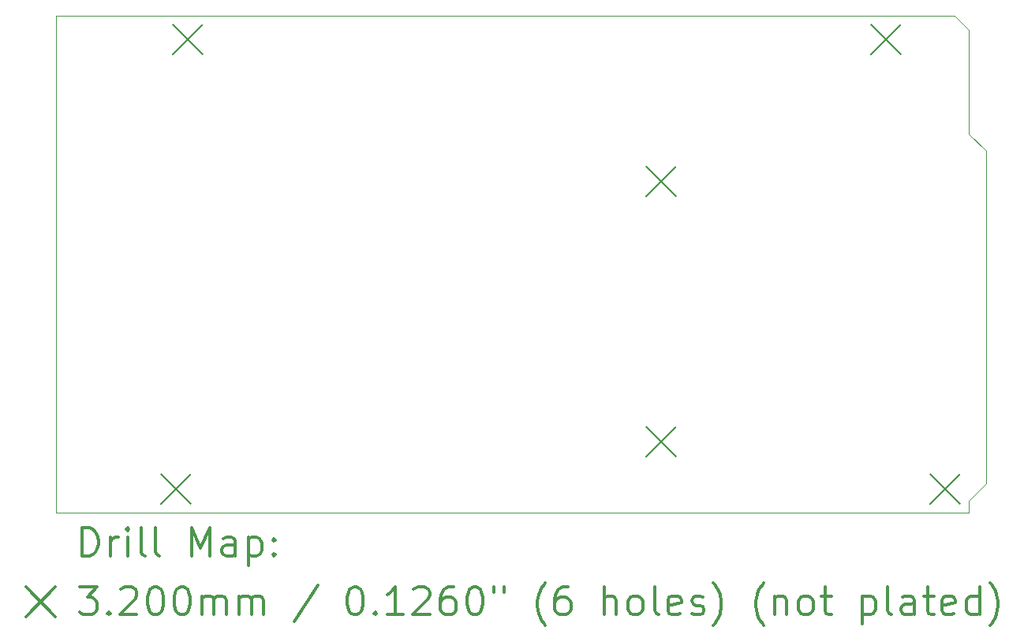
<source format=gbr>
%FSLAX45Y45*%
G04 Gerber Fmt 4.5, Leading zero omitted, Abs format (unit mm)*
G04 Created by KiCad (PCBNEW (5.1.12)-1) date 2021-11-28 08:50:07*
%MOMM*%
%LPD*%
G01*
G04 APERTURE LIST*
%TA.AperFunction,Profile*%
%ADD10C,0.050000*%
%TD*%
%ADD11C,0.200000*%
%ADD12C,0.300000*%
G04 APERTURE END LIST*
D10*
X10139680Y-6223000D02*
X19786600Y-6223000D01*
X10139680Y-11557000D02*
X10139680Y-6223000D01*
X19939000Y-11557000D02*
X10139680Y-11557000D01*
X20121880Y-11247120D02*
X19939000Y-11430000D01*
X20121880Y-7675880D02*
X20121880Y-11247120D01*
X19939000Y-7493000D02*
X20121880Y-7675880D01*
X19939000Y-11430000D02*
X19939000Y-11557000D01*
X19939000Y-6375400D02*
X19939000Y-7493000D01*
X19786600Y-6223000D02*
X19939000Y-6375400D01*
D11*
X11270000Y-11143000D02*
X11590000Y-11463000D01*
X11590000Y-11143000D02*
X11270000Y-11463000D01*
X11397000Y-6317000D02*
X11717000Y-6637000D01*
X11717000Y-6317000D02*
X11397000Y-6637000D01*
X16477000Y-7841000D02*
X16797000Y-8161000D01*
X16797000Y-7841000D02*
X16477000Y-8161000D01*
X16477000Y-10635000D02*
X16797000Y-10955000D01*
X16797000Y-10635000D02*
X16477000Y-10955000D01*
X18890000Y-6317000D02*
X19210000Y-6637000D01*
X19210000Y-6317000D02*
X18890000Y-6637000D01*
X19525000Y-11143000D02*
X19845000Y-11463000D01*
X19845000Y-11143000D02*
X19525000Y-11463000D01*
D12*
X10423608Y-12025214D02*
X10423608Y-11725214D01*
X10495037Y-11725214D01*
X10537894Y-11739500D01*
X10566466Y-11768071D01*
X10580751Y-11796643D01*
X10595037Y-11853786D01*
X10595037Y-11896643D01*
X10580751Y-11953786D01*
X10566466Y-11982357D01*
X10537894Y-12010929D01*
X10495037Y-12025214D01*
X10423608Y-12025214D01*
X10723608Y-12025214D02*
X10723608Y-11825214D01*
X10723608Y-11882357D02*
X10737894Y-11853786D01*
X10752180Y-11839500D01*
X10780751Y-11825214D01*
X10809323Y-11825214D01*
X10909323Y-12025214D02*
X10909323Y-11825214D01*
X10909323Y-11725214D02*
X10895037Y-11739500D01*
X10909323Y-11753786D01*
X10923608Y-11739500D01*
X10909323Y-11725214D01*
X10909323Y-11753786D01*
X11095037Y-12025214D02*
X11066466Y-12010929D01*
X11052180Y-11982357D01*
X11052180Y-11725214D01*
X11252180Y-12025214D02*
X11223608Y-12010929D01*
X11209323Y-11982357D01*
X11209323Y-11725214D01*
X11595037Y-12025214D02*
X11595037Y-11725214D01*
X11695037Y-11939500D01*
X11795037Y-11725214D01*
X11795037Y-12025214D01*
X12066466Y-12025214D02*
X12066466Y-11868071D01*
X12052180Y-11839500D01*
X12023608Y-11825214D01*
X11966466Y-11825214D01*
X11937894Y-11839500D01*
X12066466Y-12010929D02*
X12037894Y-12025214D01*
X11966466Y-12025214D01*
X11937894Y-12010929D01*
X11923608Y-11982357D01*
X11923608Y-11953786D01*
X11937894Y-11925214D01*
X11966466Y-11910929D01*
X12037894Y-11910929D01*
X12066466Y-11896643D01*
X12209323Y-11825214D02*
X12209323Y-12125214D01*
X12209323Y-11839500D02*
X12237894Y-11825214D01*
X12295037Y-11825214D01*
X12323608Y-11839500D01*
X12337894Y-11853786D01*
X12352180Y-11882357D01*
X12352180Y-11968071D01*
X12337894Y-11996643D01*
X12323608Y-12010929D01*
X12295037Y-12025214D01*
X12237894Y-12025214D01*
X12209323Y-12010929D01*
X12480751Y-11996643D02*
X12495037Y-12010929D01*
X12480751Y-12025214D01*
X12466466Y-12010929D01*
X12480751Y-11996643D01*
X12480751Y-12025214D01*
X12480751Y-11839500D02*
X12495037Y-11853786D01*
X12480751Y-11868071D01*
X12466466Y-11853786D01*
X12480751Y-11839500D01*
X12480751Y-11868071D01*
X9817180Y-12359500D02*
X10137180Y-12679500D01*
X10137180Y-12359500D02*
X9817180Y-12679500D01*
X10395037Y-12355214D02*
X10580751Y-12355214D01*
X10480751Y-12469500D01*
X10523608Y-12469500D01*
X10552180Y-12483786D01*
X10566466Y-12498071D01*
X10580751Y-12526643D01*
X10580751Y-12598071D01*
X10566466Y-12626643D01*
X10552180Y-12640929D01*
X10523608Y-12655214D01*
X10437894Y-12655214D01*
X10409323Y-12640929D01*
X10395037Y-12626643D01*
X10709323Y-12626643D02*
X10723608Y-12640929D01*
X10709323Y-12655214D01*
X10695037Y-12640929D01*
X10709323Y-12626643D01*
X10709323Y-12655214D01*
X10837894Y-12383786D02*
X10852180Y-12369500D01*
X10880751Y-12355214D01*
X10952180Y-12355214D01*
X10980751Y-12369500D01*
X10995037Y-12383786D01*
X11009323Y-12412357D01*
X11009323Y-12440929D01*
X10995037Y-12483786D01*
X10823608Y-12655214D01*
X11009323Y-12655214D01*
X11195037Y-12355214D02*
X11223608Y-12355214D01*
X11252180Y-12369500D01*
X11266466Y-12383786D01*
X11280751Y-12412357D01*
X11295037Y-12469500D01*
X11295037Y-12540929D01*
X11280751Y-12598071D01*
X11266466Y-12626643D01*
X11252180Y-12640929D01*
X11223608Y-12655214D01*
X11195037Y-12655214D01*
X11166466Y-12640929D01*
X11152180Y-12626643D01*
X11137894Y-12598071D01*
X11123608Y-12540929D01*
X11123608Y-12469500D01*
X11137894Y-12412357D01*
X11152180Y-12383786D01*
X11166466Y-12369500D01*
X11195037Y-12355214D01*
X11480751Y-12355214D02*
X11509323Y-12355214D01*
X11537894Y-12369500D01*
X11552180Y-12383786D01*
X11566466Y-12412357D01*
X11580751Y-12469500D01*
X11580751Y-12540929D01*
X11566466Y-12598071D01*
X11552180Y-12626643D01*
X11537894Y-12640929D01*
X11509323Y-12655214D01*
X11480751Y-12655214D01*
X11452180Y-12640929D01*
X11437894Y-12626643D01*
X11423608Y-12598071D01*
X11409323Y-12540929D01*
X11409323Y-12469500D01*
X11423608Y-12412357D01*
X11437894Y-12383786D01*
X11452180Y-12369500D01*
X11480751Y-12355214D01*
X11709323Y-12655214D02*
X11709323Y-12455214D01*
X11709323Y-12483786D02*
X11723608Y-12469500D01*
X11752180Y-12455214D01*
X11795037Y-12455214D01*
X11823608Y-12469500D01*
X11837894Y-12498071D01*
X11837894Y-12655214D01*
X11837894Y-12498071D02*
X11852180Y-12469500D01*
X11880751Y-12455214D01*
X11923608Y-12455214D01*
X11952180Y-12469500D01*
X11966466Y-12498071D01*
X11966466Y-12655214D01*
X12109323Y-12655214D02*
X12109323Y-12455214D01*
X12109323Y-12483786D02*
X12123608Y-12469500D01*
X12152180Y-12455214D01*
X12195037Y-12455214D01*
X12223608Y-12469500D01*
X12237894Y-12498071D01*
X12237894Y-12655214D01*
X12237894Y-12498071D02*
X12252180Y-12469500D01*
X12280751Y-12455214D01*
X12323608Y-12455214D01*
X12352180Y-12469500D01*
X12366466Y-12498071D01*
X12366466Y-12655214D01*
X12952180Y-12340929D02*
X12695037Y-12726643D01*
X13337894Y-12355214D02*
X13366466Y-12355214D01*
X13395037Y-12369500D01*
X13409323Y-12383786D01*
X13423608Y-12412357D01*
X13437894Y-12469500D01*
X13437894Y-12540929D01*
X13423608Y-12598071D01*
X13409323Y-12626643D01*
X13395037Y-12640929D01*
X13366466Y-12655214D01*
X13337894Y-12655214D01*
X13309323Y-12640929D01*
X13295037Y-12626643D01*
X13280751Y-12598071D01*
X13266466Y-12540929D01*
X13266466Y-12469500D01*
X13280751Y-12412357D01*
X13295037Y-12383786D01*
X13309323Y-12369500D01*
X13337894Y-12355214D01*
X13566466Y-12626643D02*
X13580751Y-12640929D01*
X13566466Y-12655214D01*
X13552180Y-12640929D01*
X13566466Y-12626643D01*
X13566466Y-12655214D01*
X13866466Y-12655214D02*
X13695037Y-12655214D01*
X13780751Y-12655214D02*
X13780751Y-12355214D01*
X13752180Y-12398071D01*
X13723608Y-12426643D01*
X13695037Y-12440929D01*
X13980751Y-12383786D02*
X13995037Y-12369500D01*
X14023608Y-12355214D01*
X14095037Y-12355214D01*
X14123608Y-12369500D01*
X14137894Y-12383786D01*
X14152180Y-12412357D01*
X14152180Y-12440929D01*
X14137894Y-12483786D01*
X13966466Y-12655214D01*
X14152180Y-12655214D01*
X14409323Y-12355214D02*
X14352180Y-12355214D01*
X14323608Y-12369500D01*
X14309323Y-12383786D01*
X14280751Y-12426643D01*
X14266466Y-12483786D01*
X14266466Y-12598071D01*
X14280751Y-12626643D01*
X14295037Y-12640929D01*
X14323608Y-12655214D01*
X14380751Y-12655214D01*
X14409323Y-12640929D01*
X14423608Y-12626643D01*
X14437894Y-12598071D01*
X14437894Y-12526643D01*
X14423608Y-12498071D01*
X14409323Y-12483786D01*
X14380751Y-12469500D01*
X14323608Y-12469500D01*
X14295037Y-12483786D01*
X14280751Y-12498071D01*
X14266466Y-12526643D01*
X14623608Y-12355214D02*
X14652180Y-12355214D01*
X14680751Y-12369500D01*
X14695037Y-12383786D01*
X14709323Y-12412357D01*
X14723608Y-12469500D01*
X14723608Y-12540929D01*
X14709323Y-12598071D01*
X14695037Y-12626643D01*
X14680751Y-12640929D01*
X14652180Y-12655214D01*
X14623608Y-12655214D01*
X14595037Y-12640929D01*
X14580751Y-12626643D01*
X14566466Y-12598071D01*
X14552180Y-12540929D01*
X14552180Y-12469500D01*
X14566466Y-12412357D01*
X14580751Y-12383786D01*
X14595037Y-12369500D01*
X14623608Y-12355214D01*
X14837894Y-12355214D02*
X14837894Y-12412357D01*
X14952180Y-12355214D02*
X14952180Y-12412357D01*
X15395037Y-12769500D02*
X15380751Y-12755214D01*
X15352180Y-12712357D01*
X15337894Y-12683786D01*
X15323608Y-12640929D01*
X15309323Y-12569500D01*
X15309323Y-12512357D01*
X15323608Y-12440929D01*
X15337894Y-12398071D01*
X15352180Y-12369500D01*
X15380751Y-12326643D01*
X15395037Y-12312357D01*
X15637894Y-12355214D02*
X15580751Y-12355214D01*
X15552180Y-12369500D01*
X15537894Y-12383786D01*
X15509323Y-12426643D01*
X15495037Y-12483786D01*
X15495037Y-12598071D01*
X15509323Y-12626643D01*
X15523608Y-12640929D01*
X15552180Y-12655214D01*
X15609323Y-12655214D01*
X15637894Y-12640929D01*
X15652180Y-12626643D01*
X15666466Y-12598071D01*
X15666466Y-12526643D01*
X15652180Y-12498071D01*
X15637894Y-12483786D01*
X15609323Y-12469500D01*
X15552180Y-12469500D01*
X15523608Y-12483786D01*
X15509323Y-12498071D01*
X15495037Y-12526643D01*
X16023608Y-12655214D02*
X16023608Y-12355214D01*
X16152180Y-12655214D02*
X16152180Y-12498071D01*
X16137894Y-12469500D01*
X16109323Y-12455214D01*
X16066466Y-12455214D01*
X16037894Y-12469500D01*
X16023608Y-12483786D01*
X16337894Y-12655214D02*
X16309323Y-12640929D01*
X16295037Y-12626643D01*
X16280751Y-12598071D01*
X16280751Y-12512357D01*
X16295037Y-12483786D01*
X16309323Y-12469500D01*
X16337894Y-12455214D01*
X16380751Y-12455214D01*
X16409323Y-12469500D01*
X16423608Y-12483786D01*
X16437894Y-12512357D01*
X16437894Y-12598071D01*
X16423608Y-12626643D01*
X16409323Y-12640929D01*
X16380751Y-12655214D01*
X16337894Y-12655214D01*
X16609323Y-12655214D02*
X16580751Y-12640929D01*
X16566466Y-12612357D01*
X16566466Y-12355214D01*
X16837894Y-12640929D02*
X16809323Y-12655214D01*
X16752180Y-12655214D01*
X16723608Y-12640929D01*
X16709323Y-12612357D01*
X16709323Y-12498071D01*
X16723608Y-12469500D01*
X16752180Y-12455214D01*
X16809323Y-12455214D01*
X16837894Y-12469500D01*
X16852180Y-12498071D01*
X16852180Y-12526643D01*
X16709323Y-12555214D01*
X16966466Y-12640929D02*
X16995037Y-12655214D01*
X17052180Y-12655214D01*
X17080751Y-12640929D01*
X17095037Y-12612357D01*
X17095037Y-12598071D01*
X17080751Y-12569500D01*
X17052180Y-12555214D01*
X17009323Y-12555214D01*
X16980751Y-12540929D01*
X16966466Y-12512357D01*
X16966466Y-12498071D01*
X16980751Y-12469500D01*
X17009323Y-12455214D01*
X17052180Y-12455214D01*
X17080751Y-12469500D01*
X17195037Y-12769500D02*
X17209323Y-12755214D01*
X17237894Y-12712357D01*
X17252180Y-12683786D01*
X17266466Y-12640929D01*
X17280751Y-12569500D01*
X17280751Y-12512357D01*
X17266466Y-12440929D01*
X17252180Y-12398071D01*
X17237894Y-12369500D01*
X17209323Y-12326643D01*
X17195037Y-12312357D01*
X17737894Y-12769500D02*
X17723608Y-12755214D01*
X17695037Y-12712357D01*
X17680751Y-12683786D01*
X17666466Y-12640929D01*
X17652180Y-12569500D01*
X17652180Y-12512357D01*
X17666466Y-12440929D01*
X17680751Y-12398071D01*
X17695037Y-12369500D01*
X17723608Y-12326643D01*
X17737894Y-12312357D01*
X17852180Y-12455214D02*
X17852180Y-12655214D01*
X17852180Y-12483786D02*
X17866466Y-12469500D01*
X17895037Y-12455214D01*
X17937894Y-12455214D01*
X17966466Y-12469500D01*
X17980751Y-12498071D01*
X17980751Y-12655214D01*
X18166466Y-12655214D02*
X18137894Y-12640929D01*
X18123608Y-12626643D01*
X18109323Y-12598071D01*
X18109323Y-12512357D01*
X18123608Y-12483786D01*
X18137894Y-12469500D01*
X18166466Y-12455214D01*
X18209323Y-12455214D01*
X18237894Y-12469500D01*
X18252180Y-12483786D01*
X18266466Y-12512357D01*
X18266466Y-12598071D01*
X18252180Y-12626643D01*
X18237894Y-12640929D01*
X18209323Y-12655214D01*
X18166466Y-12655214D01*
X18352180Y-12455214D02*
X18466466Y-12455214D01*
X18395037Y-12355214D02*
X18395037Y-12612357D01*
X18409323Y-12640929D01*
X18437894Y-12655214D01*
X18466466Y-12655214D01*
X18795037Y-12455214D02*
X18795037Y-12755214D01*
X18795037Y-12469500D02*
X18823608Y-12455214D01*
X18880751Y-12455214D01*
X18909323Y-12469500D01*
X18923608Y-12483786D01*
X18937894Y-12512357D01*
X18937894Y-12598071D01*
X18923608Y-12626643D01*
X18909323Y-12640929D01*
X18880751Y-12655214D01*
X18823608Y-12655214D01*
X18795037Y-12640929D01*
X19109323Y-12655214D02*
X19080751Y-12640929D01*
X19066466Y-12612357D01*
X19066466Y-12355214D01*
X19352180Y-12655214D02*
X19352180Y-12498071D01*
X19337894Y-12469500D01*
X19309323Y-12455214D01*
X19252180Y-12455214D01*
X19223608Y-12469500D01*
X19352180Y-12640929D02*
X19323608Y-12655214D01*
X19252180Y-12655214D01*
X19223608Y-12640929D01*
X19209323Y-12612357D01*
X19209323Y-12583786D01*
X19223608Y-12555214D01*
X19252180Y-12540929D01*
X19323608Y-12540929D01*
X19352180Y-12526643D01*
X19452180Y-12455214D02*
X19566466Y-12455214D01*
X19495037Y-12355214D02*
X19495037Y-12612357D01*
X19509323Y-12640929D01*
X19537894Y-12655214D01*
X19566466Y-12655214D01*
X19780751Y-12640929D02*
X19752180Y-12655214D01*
X19695037Y-12655214D01*
X19666466Y-12640929D01*
X19652180Y-12612357D01*
X19652180Y-12498071D01*
X19666466Y-12469500D01*
X19695037Y-12455214D01*
X19752180Y-12455214D01*
X19780751Y-12469500D01*
X19795037Y-12498071D01*
X19795037Y-12526643D01*
X19652180Y-12555214D01*
X20052180Y-12655214D02*
X20052180Y-12355214D01*
X20052180Y-12640929D02*
X20023608Y-12655214D01*
X19966466Y-12655214D01*
X19937894Y-12640929D01*
X19923608Y-12626643D01*
X19909323Y-12598071D01*
X19909323Y-12512357D01*
X19923608Y-12483786D01*
X19937894Y-12469500D01*
X19966466Y-12455214D01*
X20023608Y-12455214D01*
X20052180Y-12469500D01*
X20166466Y-12769500D02*
X20180751Y-12755214D01*
X20209323Y-12712357D01*
X20223608Y-12683786D01*
X20237894Y-12640929D01*
X20252180Y-12569500D01*
X20252180Y-12512357D01*
X20237894Y-12440929D01*
X20223608Y-12398071D01*
X20209323Y-12369500D01*
X20180751Y-12326643D01*
X20166466Y-12312357D01*
M02*

</source>
